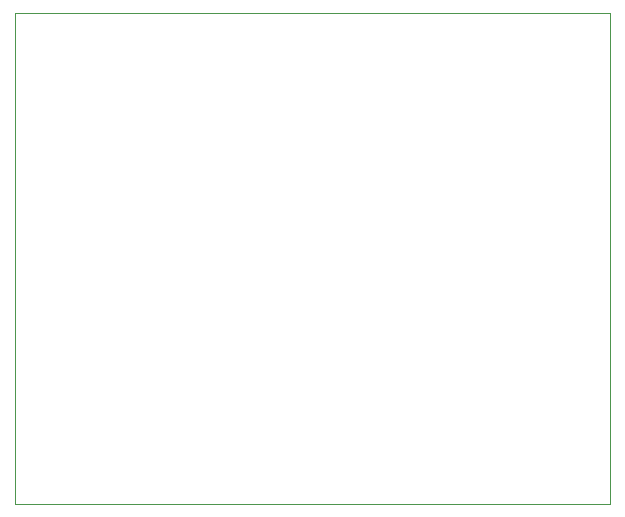
<source format=gbr>
G04 PROTEUS GERBER X2 FILE*
%TF.GenerationSoftware,Labcenter,Proteus,8.17-SP2-Build37159*%
%TF.CreationDate,2024-06-19T08:40:51+00:00*%
%TF.FileFunction,NonPlated,1,2,NPTH*%
%TF.FilePolarity,Positive*%
%TF.Part,Single*%
%TF.SameCoordinates,{cc4adc65-c152-4fc9-8d13-ce7ccd937357}*%
%FSLAX45Y45*%
%MOMM*%
G01*
%TA.AperFunction,Profile*%
%ADD13C,0.101600*%
%TD.AperFunction*%
D13*
X-3410000Y-400000D02*
X+1620000Y-400000D01*
X+1620000Y+3760000D01*
X-3410000Y+3760000D01*
X-3410000Y-400000D01*
M02*

</source>
